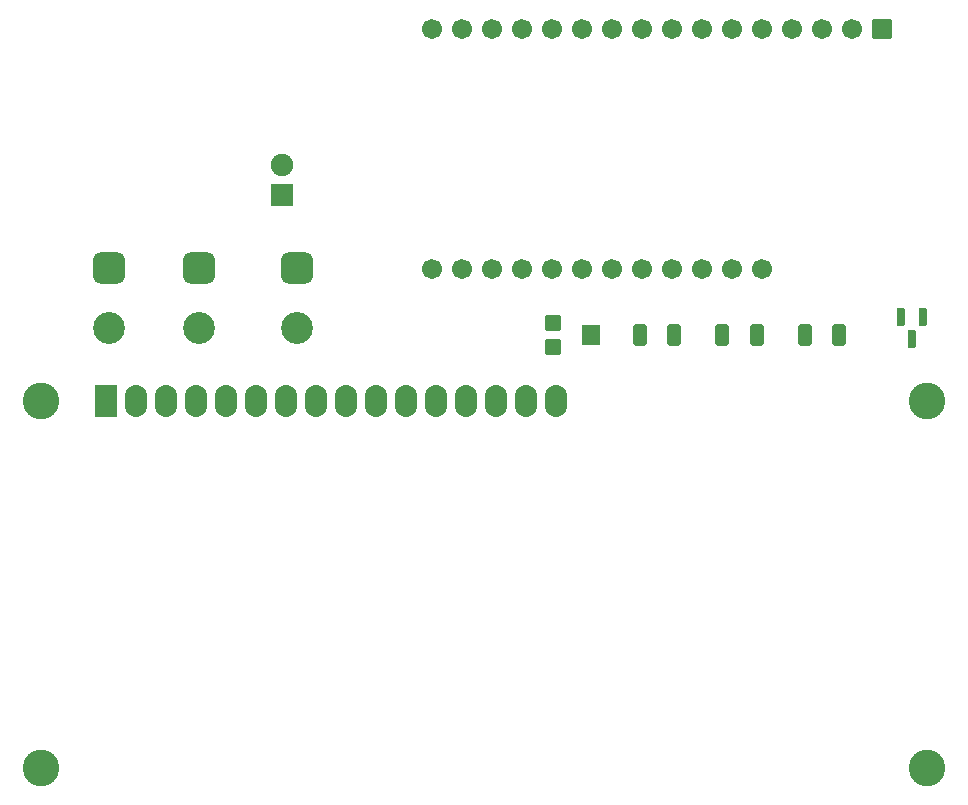
<source format=gbr>
%TF.GenerationSoftware,KiCad,Pcbnew,(6.0.5)*%
%TF.CreationDate,2022-11-16T22:17:36-08:00*%
%TF.ProjectId,ECE411,45434534-3131-42e6-9b69-6361645f7063,rev?*%
%TF.SameCoordinates,Original*%
%TF.FileFunction,Soldermask,Top*%
%TF.FilePolarity,Negative*%
%FSLAX46Y46*%
G04 Gerber Fmt 4.6, Leading zero omitted, Abs format (unit mm)*
G04 Created by KiCad (PCBNEW (6.0.5)) date 2022-11-16 22:17:36*
%MOMM*%
%LPD*%
G01*
G04 APERTURE LIST*
G04 Aperture macros list*
%AMRoundRect*
0 Rectangle with rounded corners*
0 $1 Rounding radius*
0 $2 $3 $4 $5 $6 $7 $8 $9 X,Y pos of 4 corners*
0 Add a 4 corners polygon primitive as box body*
4,1,4,$2,$3,$4,$5,$6,$7,$8,$9,$2,$3,0*
0 Add four circle primitives for the rounded corners*
1,1,$1+$1,$2,$3*
1,1,$1+$1,$4,$5*
1,1,$1+$1,$6,$7*
1,1,$1+$1,$8,$9*
0 Add four rect primitives between the rounded corners*
20,1,$1+$1,$2,$3,$4,$5,0*
20,1,$1+$1,$4,$5,$6,$7,0*
20,1,$1+$1,$6,$7,$8,$9,0*
20,1,$1+$1,$8,$9,$2,$3,0*%
G04 Aperture macros list end*
%ADD10RoundRect,0.050800X0.900000X-0.900000X0.900000X0.900000X-0.900000X0.900000X-0.900000X-0.900000X0*%
%ADD11C,1.901600*%
%ADD12RoundRect,0.700800X-0.650000X0.650000X-0.650000X-0.650000X0.650000X-0.650000X0.650000X0.650000X0*%
%ADD13C,2.701600*%
%ADD14RoundRect,0.300800X-0.312500X-0.625000X0.312500X-0.625000X0.312500X0.625000X-0.312500X0.625000X0*%
%ADD15C,3.101600*%
%ADD16RoundRect,0.050800X-0.900000X-1.300000X0.900000X-1.300000X0.900000X1.300000X-0.900000X1.300000X0*%
%ADD17O,1.901600X2.701600*%
%ADD18RoundRect,0.300800X0.312500X0.625000X-0.312500X0.625000X-0.312500X-0.625000X0.312500X-0.625000X0*%
%ADD19RoundRect,0.050800X0.800000X-0.800000X0.800000X0.800000X-0.800000X0.800000X-0.800000X-0.800000X0*%
%ADD20C,1.701600*%
%ADD21RoundRect,0.200800X-0.150000X0.587500X-0.150000X-0.587500X0.150000X-0.587500X0.150000X0.587500X0*%
%ADD22RoundRect,0.050800X-0.600000X-0.600000X0.600000X-0.600000X0.600000X0.600000X-0.600000X0.600000X0*%
%ADD23RoundRect,0.050800X-0.750000X-0.800000X0.750000X-0.800000X0.750000X0.800000X-0.750000X0.800000X0*%
G04 APERTURE END LIST*
D10*
%TO.C,D1*%
X130810000Y-78110000D03*
D11*
X130810000Y-75570000D03*
%TD*%
D12*
%TO.C,J2-ToMoistSense1*%
X123795480Y-84292020D03*
D13*
X123795480Y-89372020D03*
%TD*%
D12*
%TO.C,Batt1*%
X116175480Y-84292020D03*
D13*
X116175480Y-89372020D03*
%TD*%
D14*
%TO.C,R3*%
X168052980Y-90007020D03*
X170977980Y-90007020D03*
%TD*%
D15*
%TO.C,DS1*%
X185425480Y-95604520D03*
X110426380Y-95604520D03*
X110426380Y-126605220D03*
X185424960Y-126605220D03*
D16*
X115925480Y-95604520D03*
D17*
X118465480Y-95604520D03*
X121005480Y-95604520D03*
X123545480Y-95604520D03*
X126085480Y-95604520D03*
X128625480Y-95604520D03*
X131165480Y-95604520D03*
X133705480Y-95604520D03*
X136245480Y-95604520D03*
X138785480Y-95604520D03*
X141325480Y-95604520D03*
X143865480Y-95604520D03*
X146405480Y-95604520D03*
X148945480Y-95604520D03*
X151485480Y-95604520D03*
X154025480Y-95604520D03*
%TD*%
D18*
%TO.C,R4*%
X163992980Y-90007020D03*
X161067980Y-90007020D03*
%TD*%
D19*
%TO.C,A1*%
X181580480Y-64079520D03*
D20*
X179040480Y-64079520D03*
X176500480Y-64079520D03*
X173960480Y-64079520D03*
X171420480Y-64079520D03*
X168880480Y-64079520D03*
X166340480Y-64079520D03*
X163800480Y-64079520D03*
X161260480Y-64079520D03*
X158720480Y-64079520D03*
X156180480Y-64079520D03*
X153640480Y-64079520D03*
X151100480Y-64079520D03*
X148560480Y-64079520D03*
X146020480Y-64079520D03*
X143480480Y-64079520D03*
X143480480Y-84399520D03*
X146020480Y-84399520D03*
X148560480Y-84399520D03*
X151100480Y-84399520D03*
X153640480Y-84399520D03*
X156180480Y-84399520D03*
X158720480Y-84399520D03*
X161260480Y-84399520D03*
X163800480Y-84399520D03*
X166340480Y-84399520D03*
X168880480Y-84399520D03*
X171420480Y-84399520D03*
%TD*%
D14*
%TO.C,R2*%
X175037980Y-90007020D03*
X177962980Y-90007020D03*
%TD*%
D12*
%TO.C,J1-ToPump1*%
X132050480Y-84292020D03*
D13*
X132050480Y-89372020D03*
%TD*%
D21*
%TO.C,Q1*%
X185070480Y-88434520D03*
X183170480Y-88434520D03*
X184120480Y-90309520D03*
%TD*%
D22*
%TO.C,R1*%
X153745480Y-89007020D03*
D23*
X156995480Y-90007020D03*
D22*
X153745480Y-91007020D03*
%TD*%
M02*

</source>
